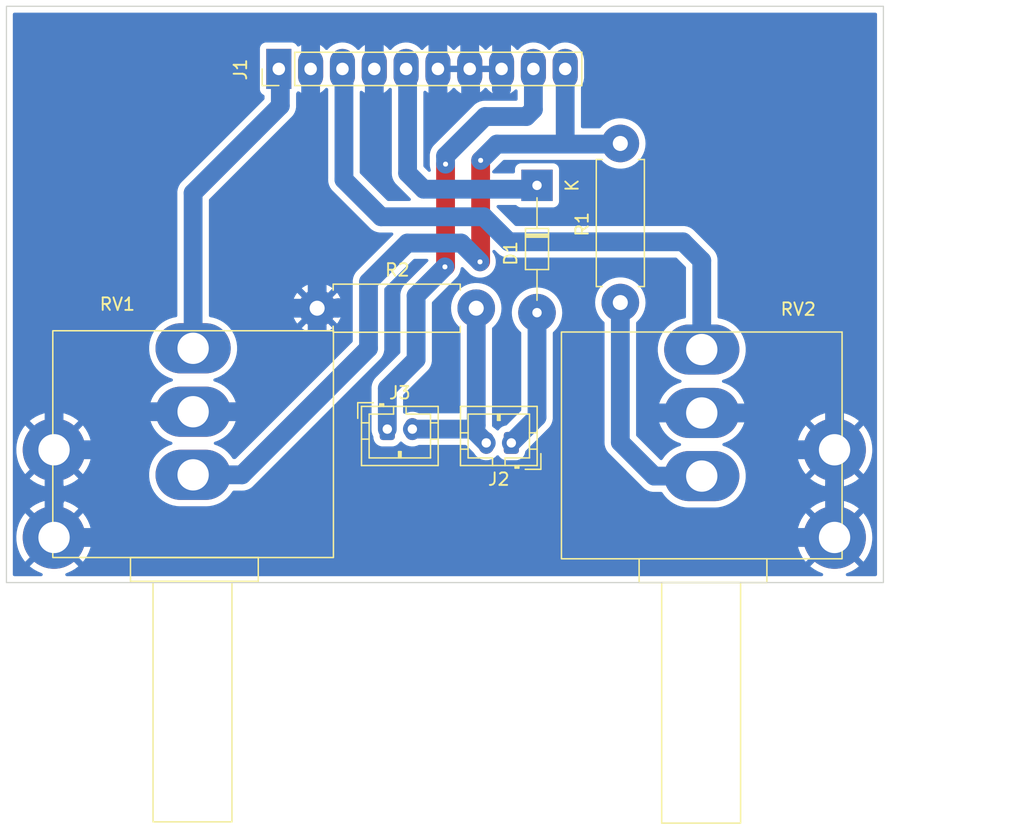
<source format=kicad_pcb>
(kicad_pcb (version 20240108) (generator "pcbnew") (generator_version "8.0")
  (layers (0 "F.Cu" signal) (31 "B.Cu" signal) (36 "B.SilkS" user "B.Silkscreen") (37 "F.SilkS" user "F.Silkscreen") (38 "B.Mask" user) (39 "F.Mask" user) (44 "Edge.Cuts" user))
  (net 0 "")
  (net 1 "Net-(D1-Pad2)")
  (net 2 "Net-(J1-Pad1)")
  (net 3 "GND")
  (net 4 "Net-(J1-Pad3)")
  (net 5 "Net-(J1-Pad10)")
  (net 6 "Net-(R1-Pad1)")
  (net 7 "Net-(D1-Pad1)")
  (net 8 "Net-(J1-Pad9)")
  (net 9 "Net-(R2-Pad1)")
  (footprint "Connector_PinHeader_2.54mm:PinHeader_1x10_P2.54mm_Vertical" (layer "F.Cu") (at 138.94 82.3 90)
    (property "Reference" "J1" (at -0.05 -3.06 90) (layer "F.SilkS"))
    (property "Value" "Conn_01x10_Female")
    (fp_line (start -1.33 -1.33) (end 0 -1.33) (stroke (width 0.12)) (layer "F.SilkS"))
    (fp_line (start -1.33 0) (end -1.33 -1.33) (stroke (width 0.12)) (layer "F.SilkS"))
    (fp_line (start 1.33 1.27) (end 1.33 24.19) (stroke (width 0.12)) (layer "F.SilkS"))
    (fp_line (start -1.33 1.27) (end 1.33 1.27) (stroke (width 0.12)) (layer "F.SilkS"))
    (fp_line (start -1.33 1.27) (end -1.33 24.19) (stroke (width 0.12)) (layer "F.SilkS"))
    (fp_line (start -1.33 24.19) (end 1.33 24.19) (stroke (width 0.12)) (layer "F.SilkS"))
    (pad "1" thru_hole rect (at 0 0 90) (size 3.2 2) (drill 1) (layers "*.Cu" "*.Mask") (net 2 "Net-(J1-Pad1)"))
    (pad "2" thru_hole oval (at 0 2.54 90) (size 3.2 2) (drill 1) (layers "*.Cu" "*.Mask") (net 3 "GND"))
    (pad "3" thru_hole oval (at 0 5.08 90) (size 3.2 2) (drill 1) (layers "*.Cu" "*.Mask") (net 4 "Net-(J1-Pad3)"))
    (pad "4" thru_hole oval (at 0 7.62 90) (size 3.2 2) (drill 1) (layers "*.Cu" "*.Mask") (net 3 "GND"))
    (pad "5" thru_hole oval (at 0 10.16 90) (size 3.2 2) (drill 1) (layers "*.Cu" "*.Mask") (net 7 "Net-(D1-Pad1)"))
    (pad "6" thru_hole oval (at 0 12.7 90) (size 3.2 2) (drill 1) (layers "*.Cu" "*.Mask") (net 3 "GND"))
    (pad "7" thru_hole oval (at 0 15.24 90) (size 3.2 2) (drill 1) (layers "*.Cu" "*.Mask") (net 3 "GND"))
    (pad "8" thru_hole oval (at 0 17.78 90) (size 3.2 2) (drill 1) (layers "*.Cu" "*.Mask") (net 3 "GND"))
    (pad "9" thru_hole oval (at 0 20.32 90) (size 3.2 2) (drill 1) (layers "*.Cu" "*.Mask") (net 8 "Net-(J1-Pad9)"))
    (pad "10" thru_hole oval (at 0 22.86 90) (size 3.2 2) (drill 1) (layers "*.Cu" "*.Mask") (net 5 "Net-(J1-Pad10)"))
  )
  (footprint "Diode_THT:D_DO-34_SOD68_P10.16mm_Horizontal" (layer "F.Cu") (at 159.55 91.595 -90)
    (property "Reference" "D1" (at 5.43 2.1 90) (layer "F.SilkS"))
    (property "Value" "4v7")
    (fp_line (start 3.44 0.92) (end 6.72 0.92) (stroke (width 0.12)) (layer "F.SilkS"))
    (fp_line (start 6.72 0.92) (end 6.72 -0.92) (stroke (width 0.12)) (layer "F.SilkS"))
    (fp_line (start 0.99 0) (end 3.44 0) (stroke (width 0.12)) (layer "F.SilkS"))
    (fp_line (start 9.17 0) (end 6.72 0) (stroke (width 0.12)) (layer "F.SilkS"))
    (fp_line (start 3.44 -0.92) (end 3.44 0.92) (stroke (width 0.12)) (layer "F.SilkS"))
    (fp_line (start 3.896 -0.92) (end 3.896 0.92) (stroke (width 0.12)) (layer "F.SilkS"))
    (fp_line (start 4.016 -0.92) (end 4.016 0.92) (stroke (width 0.12)) (layer "F.SilkS"))
    (fp_line (start 4.136 -0.92) (end 4.136 0.92) (stroke (width 0.12)) (layer "F.SilkS"))
    (fp_line (start 6.72 -0.92) (end 3.44 -0.92) (stroke (width 0.12)) (layer "F.SilkS"))
    (fp_text user "K" (at 0 -2.8 90) (layer "F.SilkS"))
    (pad "1" thru_hole rect (at 0 0 270) (size 2.5 2.5) (drill 0.75) (layers "*.Cu" "*.Mask") (net 7 "Net-(D1-Pad1)"))
    (pad "2" thru_hole circle (at 10.16 0 270) (size 3 3) (drill 0.75) (layers "*.Cu" "*.Mask") (net 1 "Net-(D1-Pad2)"))
  )
  (footprint "Resistor_THT:R_Axial_DIN0411_L9.9mm_D3.6mm_P12.70mm_Horizontal" (layer "F.Cu") (at 154.7 101.4 180)
    (property "Reference" "R2" (at 6.3 3.05 0) (layer "F.SilkS"))
    (property "Value" "1k")
    (fp_line (start 11.42 1.92) (end 11.42 1.44) (stroke (width 0.12)) (layer "F.SilkS"))
    (fp_line (start 11.42 -1.92) (end 11.42 -1.44) (stroke (width 0.12)) (layer "F.SilkS"))
    (fp_line (start 1.28 1.92) (end 11.42 1.92) (stroke (width 0.12)) (layer "F.SilkS"))
    (fp_line (start 1.28 1.44) (end 1.28 1.92) (stroke (width 0.12)) (layer "F.SilkS"))
    (fp_line (start 1.28 -1.44) (end 1.28 -1.92) (stroke (width 0.12)) (layer "F.SilkS"))
    (fp_line (start 1.28 -1.92) (end 11.42 -1.92) (stroke (width 0.12)) (layer "F.SilkS"))
    (pad "1" thru_hole circle (at 0 0 180) (size 3 3) (drill 1.2) (layers "*.Cu" "*.Mask") (net 9 "Net-(R2-Pad1)"))
    (pad "2" thru_hole circle (at 12.7 0 180) (size 3 3) (drill 1.2) (layers "*.Cu" "*.Mask") (net 3 "GND"))
  )
  (footprint "Connector_JST:JST_PH_B2B-PH-K_1x02_P2.00mm_Vertical" (layer "F.Cu") (at 147.6 111.05)
    (property "Reference" "J3" (at 1 -2.9 0) (layer "F.SilkS"))
    (property "Value" "Conn_01x02_Female")
    (fp_line (start -2.36 -2.11) (end -2.36 -0.86) (stroke (width 0.12)) (layer "F.SilkS"))
    (fp_line (start -2.06 -1.81) (end -2.06 2.91) (stroke (width 0.12)) (layer "F.SilkS"))
    (fp_line (start -2.06 -0.5) (end -1.45 -0.5) (stroke (width 0.12)) (layer "F.SilkS"))
    (fp_line (start -2.06 0.8) (end -1.45 0.8) (stroke (width 0.12)) (layer "F.SilkS"))
    (fp_line (start -2.06 2.91) (end 4.06 2.91) (stroke (width 0.12)) (layer "F.SilkS"))
    (fp_line (start -1.45 -1.2) (end -1.45 2.3) (stroke (width 0.12)) (layer "F.SilkS"))
    (fp_line (start -1.45 2.3) (end 3.45 2.3) (stroke (width 0.12)) (layer "F.SilkS"))
    (fp_line (start -1.11 -2.11) (end -2.36 -2.11) (stroke (width 0.12)) (layer "F.SilkS"))
    (fp_line (start -0.6 -2.01) (end -0.6 -1.81) (stroke (width 0.12)) (layer "F.SilkS"))
    (fp_line (start -0.3 -2.01) (end -0.6 -2.01) (stroke (width 0.12)) (layer "F.SilkS"))
    (fp_line (start -0.3 -1.91) (end -0.6 -1.91) (stroke (width 0.12)) (layer "F.SilkS"))
    (fp_line (start -0.3 -1.81) (end -0.3 -2.01) (stroke (width 0.12)) (layer "F.SilkS"))
    (fp_line (start 0.5 -1.81) (end 0.5 -1.2) (stroke (width 0.12)) (layer "F.SilkS"))
    (fp_line (start 0.5 -1.2) (end -1.45 -1.2) (stroke (width 0.12)) (layer "F.SilkS"))
    (fp_line (start 0.9 1.8) (end 1.1 1.8) (stroke (width 0.12)) (layer "F.SilkS"))
    (fp_line (start 0.9 2.3) (end 0.9 1.8) (stroke (width 0.12)) (layer "F.SilkS"))
    (fp_line (start 1 2.3) (end 1 1.8) (stroke (width 0.12)) (layer "F.SilkS"))
    (fp_line (start 1.1 1.8) (end 1.1 2.3) (stroke (width 0.12)) (layer "F.SilkS"))
    (fp_line (start 1.5 -1.2) (end 1.5 -1.81) (stroke (width 0.12)) (layer "F.SilkS"))
    (fp_line (start 3.45 -1.2) (end 1.5 -1.2) (stroke (width 0.12)) (layer "F.SilkS"))
    (fp_line (start 3.45 2.3) (end 3.45 -1.2) (stroke (width 0.12)) (layer "F.SilkS"))
    (fp_line (start 4.06 -1.81) (end -2.06 -1.81) (stroke (width 0.12)) (layer "F.SilkS"))
    (fp_line (start 4.06 -0.5) (end 3.45 -0.5) (stroke (width 0.12)) (layer "F.SilkS"))
    (fp_line (start 4.06 0.8) (end 3.45 0.8) (stroke (width 0.12)) (layer "F.SilkS"))
    (fp_line (start 4.06 2.91) (end 4.06 -1.81) (stroke (width 0.12)) (layer "F.SilkS"))
    (pad "1" thru_hole roundrect (at 0 0) (size 1.2 1.75) (drill 0.75) (layers "*.Cu" "*.Mask") (roundrect_rratio 0.2083333333) (net 8 "Net-(J1-Pad9)"))
    (pad "2" thru_hole oval (at 2 0) (size 1.2 1.75) (drill 0.75) (layers "*.Cu" "*.Mask") (net 9 "Net-(R2-Pad1)"))
  )
  (footprint "Potencjometry:Potencjometr_wieloobrotowy_Bourns" (layer "F.Cu") (at 172.7 110.2 -90)
    (property "Reference" "RV2" (at -8.72 -7.7 0) (layer "F.SilkS"))
    (property "Value" "1k")
    (fp_rect (start 13.1 -3.1) (end 32.3 3.2) (stroke (width 0.12)) (fill none) (layer "F.SilkS"))
    (fp_rect (start 11.2 -5.2) (end 13.1 5) (stroke (width 0.12)) (fill none) (layer "F.SilkS"))
    (fp_rect (start -6.9 -11.2) (end 11.2 11.2) (stroke (width 0.12)) (fill none) (layer "F.SilkS"))
    (pad "1" thru_hole oval (at 4.6 0 270) (size 4 6) (drill 2.5) (layers "*.Cu" "*.Mask") (net 6 "Net-(R1-Pad1)"))
    (pad "2" thru_hole oval (at -0.438 0 270) (size 4 6) (drill 2.5) (layers "*.Cu" "*.Mask") (net 3 "GND"))
    (pad "3" thru_hole oval (at -5.5 0 270) (size 4 6) (drill 2.5) (layers "*.Cu" "*.Mask") (net 4 "Net-(J1-Pad3)"))
  )
  (footprint "MountingHole:MountingHole_2.5mm_Pad" (layer "F.Cu") (at 121 119.7)
    (property "Reference" "REF**" (hide yes))
    (property "Value" "MountingHole_2.5mm_Pad")
    (pad "1" thru_hole circle (at 0 0) (size 5 5) (drill 2.5) (layers "*.Cu" "*.Mask") (net 3 "GND"))
  )
  (footprint "MountingHole:MountingHole_2.5mm_Pad" (layer "F.Cu") (at 183.3 119.7)
    (property "Reference" "REF**" (hide yes))
    (property "Value" "MountingHole_2.5mm_Pad")
    (pad "1" thru_hole circle (at 0 0) (size 5 5) (drill 2.5) (layers "*.Cu" "*.Mask") (net 3 "GND"))
  )
  (footprint "Connector_JST:JST_PH_B2B-PH-K_1x02_P2.00mm_Vertical" (layer "F.Cu") (at 157.5 112.15 180)
    (property "Reference" "J2" (at 1 -2.9 0) (layer "F.SilkS"))
    (property "Value" "Conn_01x02_Female")
    (fp_line (start 4.06 2.91) (end 4.06 -1.81) (stroke (width 0.12)) (layer "F.SilkS"))
    (fp_line (start 4.06 0.8) (end 3.45 0.8) (stroke (width 0.12)) (layer "F.SilkS"))
    (fp_line (start 4.06 -0.5) (end 3.45 -0.5) (stroke (width 0.12)) (layer "F.SilkS"))
    (fp_line (start 4.06 -1.81) (end -2.06 -1.81) (stroke (width 0.12)) (layer "F.SilkS"))
    (fp_line (start 3.45 2.3) (end 3.45 -1.2) (stroke (width 0.12)) (layer "F.SilkS"))
    (fp_line (start 3.45 -1.2) (end 1.5 -1.2) (stroke (width 0.12)) (layer "F.SilkS"))
    (fp_line (start 1.5 -1.2) (end 1.5 -1.81) (stroke (width 0.12)) (layer "F.SilkS"))
    (fp_line (start 1.1 1.8) (end 1.1 2.3) (stroke (width 0.12)) (layer "F.SilkS"))
    (fp_line (start 1 2.3) (end 1 1.8) (stroke (width 0.12)) (layer "F.SilkS"))
    (fp_line (start 0.9 2.3) (end 0.9 1.8) (stroke (width 0.12)) (layer "F.SilkS"))
    (fp_line (start 0.9 1.8) (end 1.1 1.8) (stroke (width 0.12)) (layer "F.SilkS"))
    (fp_line (start 0.5 -1.2) (end -1.45 -1.2) (stroke (width 0.12)) (layer "F.SilkS"))
    (fp_line (start 0.5 -1.81) (end 0.5 -1.2) (stroke (width 0.12)) (layer "F.SilkS"))
    (fp_line (start -0.3 -1.81) (end -0.3 -2.01) (stroke (width 0.12)) (layer "F.SilkS"))
    (fp_line (start -0.3 -1.91) (end -0.6 -1.91) (stroke (width 0.12)) (layer "F.SilkS"))
    (fp_line (start -0.3 -2.01) (end -0.6 -2.01) (stroke (width 0.12)) (layer "F.SilkS"))
    (fp_line (start -0.6 -2.01) (end -0.6 -1.81) (stroke (width 0.12)) (layer "F.SilkS"))
    (fp_line (start -1.11 -2.11) (end -2.36 -2.11) (stroke (width 0.12)) (layer "F.SilkS"))
    (fp_line (start -1.45 2.3) (end 3.45 2.3) (stroke (width 0.12)) (layer "F.SilkS"))
    (fp_line (start -1.45 -1.2) (end -1.45 2.3) (stroke (width 0.12)) (layer "F.SilkS"))
    (fp_line (start -2.06 2.91) (end 4.06 2.91) (stroke (width 0.12)) (layer "F.SilkS"))
    (fp_line (start -2.06 0.8) (end -1.45 0.8) (stroke (width 0.12)) (layer "F.SilkS"))
    (fp_line (start -2.06 -0.5) (end -1.45 -0.5) (stroke (width 0.12)) (layer "F.SilkS"))
    (fp_line (start -2.06 -1.81) (end -2.06 2.91) (stroke (width 0.12)) (layer "F.SilkS"))
    (fp_line (start -2.36 -2.11) (end -2.36 -0.86) (stroke (width 0.12)) (layer "F.SilkS"))
    (pad "1" thru_hole roundrect (at 0 0 180) (size 1.2 1.75) (drill 0.75) (layers "*.Cu" "*.Mask") (roundrect_rratio 0.2083333333) (net 1 "Net-(D1-Pad2)"))
    (pad "2" thru_hole oval (at 2 0 180) (size 1.2 1.75) (drill 0.75) (layers "*.Cu" "*.Mask") (net 9 "Net-(R2-Pad1)"))
  )
  (footprint "Potencjometry:Potencjometr_wieloobrotowy_Bourns" (layer "F.Cu") (at 132.1 110.1 -90)
    (property "Reference" "RV1" (at -9.02 6.05 0) (layer "F.SilkS"))
    (property "Value" "100k")
    (fp_rect (start 13.1 -3.1) (end 32.3 3.2) (stroke (width 0.12)) (fill none) (layer "F.SilkS"))
    (fp_rect (start 11.2 -5.2) (end 13.1 5) (stroke (width 0.12)) (fill none) (layer "F.SilkS"))
    (fp_rect (start -6.9 -11.2) (end 11.2 11.2) (stroke (width 0.12)) (fill none) (layer "F.SilkS"))
    (pad "1" thru_hole oval (at 4.6 0 270) (size 4 6) (drill 2.5) (layers "*.Cu" "*.Mask") (net 5 "Net-(J1-Pad10)"))
    (pad "2" thru_hole oval (at -0.438 0 270) (size 4 6) (drill 2.5) (layers "*.Cu" "*.Mask") (net 3 "GND"))
    (pad "3" thru_hole oval (at -5.5 0 270) (size 4 6) (drill 2.5) (layers "*.Cu" "*.Mask") (net 2 "Net-(J1-Pad1)"))
  )
  (footprint "Resistor_THT:R_Axial_DIN0411_L9.9mm_D3.6mm_P12.70mm_Horizontal" (layer "F.Cu") (at 166.2 100.95 90)
    (property "Reference" "R1" (at 6.25 -3.05 90) (layer "F.SilkS"))
    (property "Value" "32k 1%")
    (fp_line (start 11.42 -1.92) (end 11.42 -1.44) (stroke (width 0.12)) (layer "F.SilkS"))
    (fp_line (start 1.28 -1.92) (end 11.42 -1.92) (stroke (width 0.12)) (layer "F.SilkS"))
    (fp_line (start 1.28 -1.44) (end 1.28 -1.92) (stroke (width 0.12)) (layer "F.SilkS"))
    (fp_line (start 1.28 1.44) (end 1.28 1.92) (stroke (width 0.12)) (layer "F.SilkS"))
    (fp_line (start 11.42 1.92) (end 11.42 1.44) (stroke (width 0.12)) (layer "F.SilkS"))
    (fp_line (start 1.28 1.92) (end 11.42 1.92) (stroke (width 0.12)) (layer "F.SilkS"))
    (pad "1" thru_hole circle (at 0 0 90) (size 3 3) (drill 1.2) (layers "*.Cu" "*.Mask") (net 6 "Net-(R1-Pad1)"))
    (pad "2" thru_hole circle (at 12.7 0 90) (size 3 3) (drill 1.2) (layers "*.Cu" "*.Mask") (net 5 "Net-(J1-Pad10)"))
  )
  (footprint "MountingHole:MountingHole_2.5mm_Pad" (layer "F.Cu") (at 183.3 112.7)
    (property "Reference" "REF**" (hide yes))
    (property "Value" "MountingHole_2.5mm_Pad")
    (pad "1" thru_hole circle (at 0 0) (size 5 5) (drill 2.5) (layers "*.Cu" "*.Mask") (net 3 "GND"))
  )
  (footprint "MountingHole:MountingHole_2.5mm_Pad" (layer "F.Cu") (at 121 112.7)
    (property "Reference" "REF**" (hide yes))
    (property "Value" "MountingHole_2.5mm_Pad")
    (pad "1" thru_hole circle (at 0 0) (size 5 5) (drill 2.5) (layers "*.Cu" "*.Mask") (net 3 "GND"))
  )
  (gr_rect (start 117.2 77.3) (end 187.2 123.3) (stroke (width 0.1)) (fill none) (layer "Edge.Cuts"))
  (segment (start 159.55 101.755) (end 159.55 110.1) (width 1.5) (layer "B.Cu") (net 1))
  (segment (start 159.55 110.1) (end 157.5 112.15) (width 1.5) (layer "B.Cu") (net 1))
  (segment (start 132.1 104.6) (end 132.1 92.2) (width 1.5) (layer "B.Cu") (net 2))
  (segment (start 139.06 82.42) (end 138.94 82.3) (width 1.5) (layer "B.Cu") (net 2))
  (segment (start 139.06 85.24) (end 139.06 82.42) (width 1.5) (layer "B.Cu") (net 2))
  (segment (start 132.1 92.2) (end 136.9 87.4) (width 1.5) (layer "B.Cu") (net 2))
  (segment (start 136.95 87.35) (end 139.06 85.24) (width 1.5) (layer "B.Cu") (net 2))
  (segment (start 142 103.35) (end 141.95 103.4) (width 1.5) (layer "B.Cu") (net 3))
  (segment (start 142 101.4) (end 142 98.8) (width 1.5) (layer "B.Cu") (net 3))
  (segment (start 151.65 84.1) (end 151.64 84.09) (width 1.5) (layer "B.Cu") (net 3))
  (segment (start 146.56 79.99) (end 146.6 79.95) (width 1.5) (layer "B.Cu") (net 3))
  (segment (start 127.512 109.662) (end 127.5 109.65) (width 1.5) (layer "B.Cu") (net 3))
  (segment (start 146.56 79.99) (end 146.56 82.3) (width 1.5) (layer "B.Cu") (net 3))
  (segment (start 146.56 84.29) (end 146.55 84.3) (width 1.5) (layer "B.Cu") (net 3))
  (segment (start 154.18 80.23) (end 154.18 82.3) (width 1.5) (layer "B.Cu") (net 3))
  (segment (start 179.6 119.7) (end 179.55 119.65) (width 1.5) (layer "B.Cu") (net 3))
  (segment (start 146.56 82.3) (end 146.56 84.29) (width 1.5) (layer "B.Cu") (net 3))
  (segment (start 169.112 109.762) (end 169.1 109.75) (width 1.5) (layer "B.Cu") (net 3))
  (segment (start 141.48 80.02) (end 141.48 82.3) (width 1.5) (layer "B.Cu") (net 3))
  (segment (start 151.64 80.11) (end 151.65 80.1) (width 1.5) (layer "B.Cu") (net 3))
  (segment (start 132.1 109.662) (end 135.688 109.662) (width 1.5) (layer "B.Cu") (net 3))
  (segment (start 172.7 109.762) (end 176.438 109.762) (width 1.5) (layer "B.Cu") (net 3))
  (segment (start 183.3 119.7) (end 179.6 119.7) (width 1.5) (layer "B.Cu") (net 3))
  (segment (start 141.48 80.02) (end 141.5 80) (width 1.5) (layer "B.Cu") (net 3))
  (segment (start 156.72 83.88) (end 156.7 83.9) (width 1.5) (layer "B.Cu") (net 3))
  (segment (start 151.64 80.11) (end 151.64 82.3) (width 1.5) (layer "B.Cu") (net 3))
  (segment (start 183.3 115.75) (end 183.25 115.8) (width 1.5) (layer "B.Cu") (net 3))
  (segment (start 142 101.4) (end 139.8 101.4) (width 1.5) (layer "B.Cu") (net 3))
  (segment (start 156.72 80.28) (end 156.72 82.3) (width 1.5) (layer "B.Cu") (net 3))
  (segment (start 132.1 109.662) (end 127.512 109.662) (width 1.5) (layer "B.Cu") (net 3))
  (segment (start 183.3 112.7) (end 179.8 112.7) (width 1.5) (layer "B.Cu") (net 3))
  (segment (start 172.7 109.762) (end 169.112 109.762) (width 1.5) (layer "B.Cu") (net 3))
  (segment (start 121 119.7) (end 125.05 119.7) (width 1.5) (layer "B.Cu") (net 3))
  (segment (start 139.8 101.4) (end 139.7 101.5) (width 1.5) (layer "B.Cu") (net 3))
  (segment (start 121 115.7) (end 121.05 115.75) (width 1.5) (layer "B.Cu") (net 3))
  (segment (start 183.3 112.7) (end 183.3 109.5) (width 1.5) (layer "B.Cu") (net 3))
  (segment (start 143.65 101.4) (end 143.7 101.35) (width 1.5) (layer "B.Cu") (net 3))
  (segment (start 154.25 84.2) (end 154.25 82.37) (width 1.5) (layer "B.Cu") (net 3))
  (segment (start 125.05 119.7) (end 125.1 119.65) (width 1.5) (layer "B.Cu") (net 3))
  (segment (start 151.64 82.3) (end 151.64 84.09) (width 1.5) (layer "B.Cu") (net 3))
  (segment (start 183.3 119.7) (end 183.3 115.85) (width 1.5) (layer "B.Cu") (net 3))
  (segment (start 121 119.7) (end 121 116.65) (width 1.5) (layer "B.Cu") (net 3))
  (segment (start 142 101.4) (end 142 103.35) (width 1.5) (layer "B.Cu") (net 3))
  (segment (start 135.688 109.662) (end 135.7 109.65) (width 1.5) (layer "B.Cu") (net 3))
  (segment (start 121 112.7) (end 121 115.7) (width 1.5) (layer "B.Cu") (net 3))
  (segment (start 121 112.7) (end 121 108.6) (width 1.5) (layer "B.Cu") (net 3))
  (segment (start 142 101.4) (end 143.65 101.4) (width 1.5) (layer "B.Cu") (net 3))
  (segment (start 141.48 82.3) (end 141.48 84.48) (width 1.5) (layer "B.Cu") (net 3))
  (segment (start 183.3 115.85) (end 183.25 115.8) (width 1.5) (layer "B.Cu") (net 3))
  (segment (start 130.85 109.75) (end 130.868 109.732) (width 1.5) (layer "B.Cu") (net 3))
  (segment (start 179.8 112.7) (end 179.7 112.8) (width 1.5) (layer "B.Cu") (net 3))
  (segment (start 121 116.65) (end 121.15 116.5) (width 1.5) (layer "B.Cu") (net 3))
  (segment (start 141.48 84.48) (end 141.5 84.5) (width 1.5) (layer "B.Cu") (net 3))
  (segment (start 154.18 80.23) (end 154.15 80.2) (width 1.5) (layer "B.Cu") (net 3))
  (segment (start 156.72 80.28) (end 156.75 80.25) (width 1.5) (layer "B.Cu") (net 3))
  (segment (start 156.72 82.3) (end 156.72 83.88) (width 1.5) (layer "B.Cu") (net 3))
  (segment (start 154.25 82.37) (end 154.18 82.3) (width 1.5) (layer "B.Cu") (net 3))
  (segment (start 176.438 109.762) (end 176.45 109.75) (width 1.5) (layer "B.Cu") (net 3))
  (segment (start 121 112.7) (end 124.65 112.7) (width 1.5) (layer "B.Cu") (net 3))
  (segment (start 183.3 112.7) (end 183.3 115.75) (width 1.5) (layer "B.Cu") (net 3))
  (segment (start 124.65 112.7) (end 124.75 112.6) (width 1.5) (layer "B.Cu") (net 3))
  (segment (start 147.1 94.1) (end 144.14 91.14) (width 1.5) (layer "B.Cu") (net 4))
  (segment (start 144.14 82.42) (end 144.02 82.3) (width 1.5) (layer "B.Cu") (net 4))
  (segment (start 172.7 104.7) (end 172.7 97.6) (width 1.5) (layer "B.Cu") (net 4))
  (segment (start 171.2 96.1) (end 157.3 96.1) (width 1.5) (layer "B.Cu") (net 4))
  (segment (start 172.7 97.6) (end 171.2 96.1) (width 1.5) (layer "B.Cu") (net 4))
  (segment (start 144.14 91.14) (end 144.14 82.42) (width 1.5) (layer "B.Cu") (net 4))
  (segment (start 155.3 94.1) (end 147.1 94.1) (width 1.5) (layer "B.Cu") (net 4))
  (segment (start 157.3 96.1) (end 155.3 94.1) (width 1.5) (layer "B.Cu") (net 4))
  (segment (start 155.05 97.65) (end 155 97.7) (width 1.5) (layer "F.Cu") (net 5))
  (segment (start 155.05 89.6) (end 155.05 97.65) (width 1.5) (layer "F.Cu") (net 5))
  (via (at 155 97.7) (size 0.8) (drill 0.4) (layers "F.Cu" "B.Cu") (net 5))
  (via (at 155.05 89.6) (size 0.8) (drill 0.4) (layers "F.Cu" "B.Cu") (net 5))
  (segment (start 153.5 96.2) (end 149.2 96.2) (width 1.5) (layer "B.Cu") (net 5))
  (segment (start 166.2 88.25) (end 166.15 88.3) (width 1.5) (layer "B.Cu") (net 5))
  (segment (start 146.1 104.6) (end 136 114.7) (width 1.5) (layer "B.Cu") (net 5))
  (segment (start 155 97.7) (end 153.5 96.2) (width 1.5) (layer "B.Cu") (net 5))
  (segment (start 136 114.7) (end 132.1 114.7) (width 1.5) (layer "B.Cu") (net 5))
  (segment (start 161.8 82.3) (end 161.8 87.9) (width 1.5) (layer "B.Cu") (net 5))
  (segment (start 149.2 96.2) (end 146.1 99.3) (width 1.5) (layer "B.Cu") (net 5))
  (segment (start 166.15 88.3) (end 156.35 88.3) (width 1.5) (layer "B.Cu") (net 5))
  (segment (start 146.1 99.3) (end 146.1 104.6) (width 1.5) (layer "B.Cu") (net 5))
  (segment (start 156.35 88.3) (end 155.05 89.6) (width 1.5) (layer "B.Cu") (net 5))
  (segment (start 166.2 100.95) (end 166.2 112.1) (width 1.5) (layer "B.Cu") (net 6))
  (segment (start 168.9 114.8) (end 172.7 114.8) (width 1.5) (layer "B.Cu") (net 6))
  (segment (start 166.2 112.1) (end 168.9 114.8) (width 1.5) (layer "B.Cu") (net 6))
  (segment (start 150.5 91.9) (end 149.22 90.62) (width 1.5) (layer "B.Cu") (net 7))
  (segment (start 159.245 91.9) (end 150.5 91.9) (width 1.5) (layer "B.Cu") (net 7))
  (segment (start 159.55 91.595) (end 159.245 91.9) (width 1.5) (layer "B.Cu") (net 7))
  (segment (start 149.22 82.42) (end 149.1 82.3) (width 1.5) (layer "B.Cu") (net 7))
  (segment (start 149.22 90.62) (end 149.22 82.42) (width 1.5) (layer "B.Cu") (net 7))
  (segment (start 152.25 89.9) (end 152.25 98.05) (width 1.5) (layer "F.Cu") (net 8))
  (segment (start 152.25 98.05) (end 152.2 98.1) (width 1.5) (layer "F.Cu") (net 8))
  (via (at 152.25 89.9) (size 0.8) (drill 0.4) (layers "F.Cu" "B.Cu") (net 8))
  (via (at 152.2 98.1) (size 0.8) (drill 0.4) (layers "F.Cu" "B.Cu") (net 8))
  (segment (start 149.9 100.4) (end 149.9 105.5) (width 1.5) (layer "B.Cu") (net 8))
  (segment (start 159.26 82.3) (end 159.26 85.54) (width 1.5) (layer "B.Cu") (net 8))
  (segment (start 159.26 85.54) (end 158.7 86.1) (width 1.5) (layer "B.Cu") (net 8))
  (segment (start 147.6 107.8) (end 147.6 111.05) (width 1.5) (layer "B.Cu") (net 8))
  (segment (start 158.7 86.1) (end 155.4 86.1) (width 1.5) (layer "B.Cu") (net 8))
  (segment (start 152.25 89.25) (end 152.25 89.9) (width 1.5) (layer "B.Cu") (net 8))
  (segment (start 155.4 86.1) (end 152.25 89.25) (width 1.5) (layer "B.Cu") (net 8))
  (segment (start 149.9 105.5) (end 147.6 107.8) (width 1.5) (layer "B.Cu") (net 8))
  (segment (start 152.2 98.1) (end 149.9 100.4) (width 1.5) (layer "B.Cu") (net 8))
  (segment (start 149.6 111.05) (end 154.4 111.05) (width 1.5) (layer "B.Cu") (net 9))
  (segment (start 154.7 110.75) (end 154.4 111.05) (width 1.5) (layer "B.Cu") (net 9))
  (segment (start 154.4 111.05) (end 155.5 112.15) (width 1.5) (layer "B.Cu") (net 9))
  (segment (start 154.7 101.4) (end 154.7 110.75) (width 1.5) (layer "B.Cu") (net 9))
  (zone (net 3) (net_name "GND") (layer "B.Cu") (connect_pads (clearance 0.508)) (min_thickness 0.254) (fill yes (thermal_gap 0.508) (thermal_bridge_width 0.508) (smoothing chamfer))
    (polygon (pts (xy 187.82009 123.770962) (xy 116.684966 123.717529) (xy 116.711673 76.812187) (xy 187.864779 76.798219)))
  )
)
</source>
